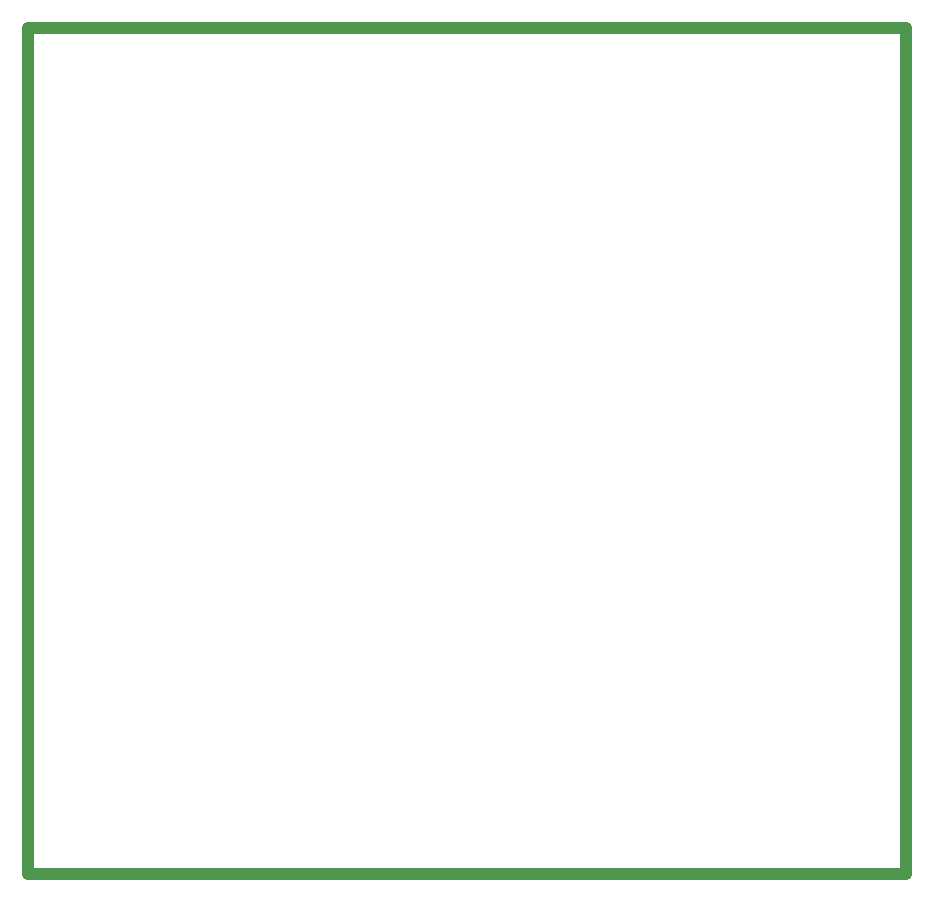
<source format=gbr>
%FSTAX23Y23*%
%MOIN*%
%SFA1B1*%

%IPPOS*%
%ADD48C,0.039370*%
%LNpcb1_mechanical_1-1*%
%LPD*%
G54D48*
X0508Y01125D02*
Y03945D01*
X02155Y01125D02*
Y03945D01*
X0508*
X02155Y01125D02*
X0508D01*
M02*
</source>
